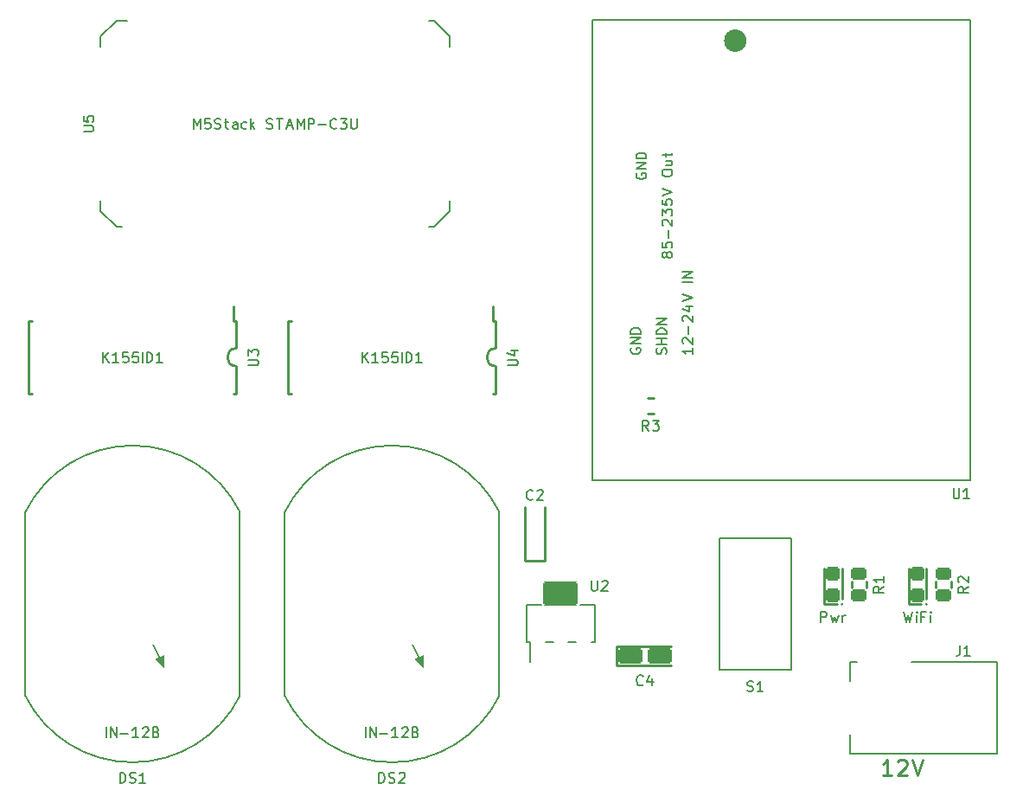
<source format=gbr>
G04 --- HEADER BEGIN --- *
G04 #@! TF.GenerationSoftware,LibrePCB,LibrePCB,1.1.0*
G04 #@! TF.CreationDate,2024-11-03T19:05:04*
G04 #@! TF.ProjectId,Nixie Counter,cfaec193-39cb-4766-881d-db9368be8cff,v2.0*
G04 #@! TF.Part,Single*
G04 #@! TF.SameCoordinates*
G04 #@! TF.FileFunction,Legend,Top*
G04 #@! TF.FilePolarity,Positive*
%FSLAX66Y66*%
%MOMM*%
G01*
G75*
G04 --- HEADER END --- *
G04 --- APERTURE LIST BEGIN --- *
%ADD10C,0.2*%
%ADD11C,0.01*%
%ADD12C,0.25*%
%ADD13C,3.2*%
%ADD14C,5.2*%
%AMROUNDEDRECT15*20,1,1.15,-0.65,0.0,0.65,0.0,0.0*20,1,0.95,-0.75,0.0,0.75,0.0,0.0*1,1,0.2,-0.65,0.475*1,1,0.2,0.65,0.475*1,1,0.2,0.65,-0.475*1,1,0.2,-0.65,-0.475*%
%ADD15ROUNDEDRECT15*%
%AMROUNDEDRECT16*20,1,1.15,-0.65,0.0,0.65,0.0,90.0*20,1,0.95,-0.75,0.0,0.75,0.0,90.0*1,1,0.2,-0.475,-0.65*1,1,0.2,-0.475,0.65*1,1,0.2,0.475,0.65*1,1,0.2,0.475,-0.65*%
%ADD16ROUNDEDRECT16*%
%AMROUNDEDRECT17*20,1,2.35,-1.625,0.0,1.625,0.0,0.0*20,1,2.15,-1.725,0.0,1.725,0.0,0.0*1,1,0.2,-1.625,1.075*1,1,0.2,1.625,1.075*1,1,0.2,1.625,-1.075*1,1,0.2,-1.625,-1.075*%
%ADD17ROUNDEDRECT17*%
%AMROUNDEDRECT18*20,1,1.15,-0.8375,0.0,0.8375,0.0,90.0*20,1,0.475,-1.175,0.0,1.175,0.0,90.0*1,1,0.675,-0.2375,-0.8375*1,1,0.675,-0.2375,0.8375*1,1,0.675,0.2375,0.8375*1,1,0.675,0.2375,-0.8375*%
%ADD18ROUNDEDRECT18*%
%ADD19O,1.47X2.74*%
%AMROUNDEDRECT20*20,1,1.47,-1.27,0.0,1.27,0.0,90.0*20,1,1.27,-1.37,0.0,1.37,0.0,90.0*1,1,0.2,-0.635,-1.27*1,1,0.2,-0.635,1.27*1,1,0.2,0.635,1.27*1,1,0.2,0.635,-1.27*%
%ADD20ROUNDEDRECT20*%
%AMROUNDEDRECT21*20,1,1.4,-0.6,0.0,0.6,0.0,0.0*20,1,1.2,-0.7,0.0,0.7,0.0,0.0*1,1,0.2,-0.6,0.6*1,1,0.2,0.6,0.6*1,1,0.2,0.6,-0.6*1,1,0.2,-0.6,-0.6*%
%ADD21ROUNDEDRECT21*%
%ADD22O,4.2X3.2*%
%ADD23O,1.5X2.7*%
%ADD24O,1.7X2.74*%
%AMROUNDEDRECT25*20,1,1.55,-1.1,0.0,1.1,0.0,0.0*20,1,1.35,-1.2,0.0,1.2,0.0,0.0*1,1,0.2,-1.1,0.675*1,1,0.2,1.1,0.675*1,1,0.2,1.1,-0.675*1,1,0.2,-1.1,-0.675*%
%ADD25ROUNDEDRECT25*%
%AMROUNDEDRECT26*20,1,1.55,-1.1,0.0,1.1,0.0,90.0*20,1,1.35,-1.2,0.0,1.2,0.0,90.0*1,1,0.2,-0.675,-1.1*1,1,0.2,-0.675,1.1*1,1,0.2,0.675,1.1*1,1,0.2,0.675,-1.1*%
%ADD26ROUNDEDRECT26*%
%ADD27C,5.0*%
%ADD28C,0.3*%
%ADD29C,2.7*%
G04 --- APERTURE LIST END --- *
G04 --- BOARD BEGIN --- *
D10*
G04 #@! TO.C,DS1*
X17240000Y16320000D02*
X18240000Y14320000D01*
X4740000Y29320000D02*
X4740000Y11320000D01*
G03*
X25740000Y11320000I10500000J5235107D01*
G01*
X25740000Y29320000D01*
G03*
X4740000Y29320000I-10500000J-5235107D01*
G01*
D11*
G36*
X17383000Y14859000D02*
X18367000Y14009000D01*
X18368000Y15306000D01*
X17383000Y14859000D01*
G37*
D10*
X12692778Y7255000D02*
X12692778Y8255000D01*
X13092778Y7255000D02*
X13092778Y8255000D01*
X13663889Y7255000D01*
X13663889Y8255000D01*
X14063889Y7636111D02*
X14826111Y7636111D01*
X15797222Y7255000D02*
X15226111Y7255000D01*
X15511667Y7255000D02*
X15511667Y8255000D01*
X15416111Y8111667D01*
X15321667Y8017222D01*
X15226111Y7969444D01*
X16245000Y8159444D02*
X16292778Y8207222D01*
X16387222Y8255000D01*
X16626111Y8255000D01*
X16720555Y8207222D01*
X16768333Y8159444D01*
X16816111Y8065000D01*
X16816111Y7969444D01*
X16768333Y7826111D01*
X16197222Y7255000D01*
X16816111Y7255000D01*
X17549444Y7778333D02*
X17692778Y7731667D01*
X17739444Y7683889D01*
X17787222Y7588333D01*
X17787222Y7445000D01*
X17739444Y7350556D01*
X17692778Y7302778D01*
X17597222Y7255000D01*
X17216111Y7255000D01*
X17216111Y8255000D01*
X17549444Y8255000D01*
X17645000Y8207222D01*
X17692778Y8159444D01*
X17739444Y8065000D01*
X17739444Y7969444D01*
X17692778Y7873889D01*
X17645000Y7826111D01*
X17549444Y7778333D01*
X17216111Y7778333D01*
D12*
G04 #@! TO.C,R2*
X93865000Y22550000D02*
X93865000Y21900000D01*
X95365000Y22550000D02*
X95365000Y21900000D01*
G04 #@! TO.C,R3*
X66286456Y40438000D02*
X65636456Y40438000D01*
X66286456Y38938000D02*
X65636456Y38938000D01*
D10*
G04 #@! TO.C,U2*
X58650720Y16565360D02*
X57850720Y16565360D01*
X60175720Y16565360D02*
X60500720Y16565360D01*
X60500720Y20265360D01*
X59025720Y20265360D01*
X54125720Y14615360D02*
X54125720Y16565360D01*
X53800720Y16565360D01*
X53800720Y20265360D01*
X55275720Y20265360D01*
X55650720Y16565360D02*
X56450720Y16565360D01*
D12*
G04 #@! TO.C,U4*
X30790000Y47984984D02*
X30480000Y47984984D01*
X30480000Y40914984D01*
X30790000Y40914984D01*
X50490000Y49404984D02*
X50490000Y47984984D01*
X50800000Y47984984D01*
X50800000Y45333984D01*
G03*
X50800000Y43565984I0J-884000D01*
G01*
X50800000Y40914984D01*
X50490000Y40914984D01*
D10*
X37726667Y43950000D02*
X37726667Y44950000D01*
X38297778Y43950000D02*
X37870000Y44521111D01*
X38297778Y44950000D02*
X37726667Y44378889D01*
X39268889Y43950000D02*
X38697778Y43950000D01*
X38983334Y43950000D02*
X38983334Y44950000D01*
X38887778Y44806667D01*
X38793334Y44712222D01*
X38697778Y44664444D01*
X40192222Y44950000D02*
X39716667Y44950000D01*
X39668889Y44473333D01*
X39716667Y44521111D01*
X39812222Y44568889D01*
X40050000Y44568889D01*
X40145556Y44521111D01*
X40192222Y44473333D01*
X40240000Y44378889D01*
X40240000Y44140000D01*
X40192222Y44045556D01*
X40145556Y43997778D01*
X40050000Y43950000D01*
X39812222Y43950000D01*
X39716667Y43997778D01*
X39668889Y44045556D01*
X41163333Y44950000D02*
X40687778Y44950000D01*
X40640000Y44473333D01*
X40687778Y44521111D01*
X40783333Y44568889D01*
X41021111Y44568889D01*
X41116667Y44521111D01*
X41163333Y44473333D01*
X41211111Y44378889D01*
X41211111Y44140000D01*
X41163333Y44045556D01*
X41116667Y43997778D01*
X41021111Y43950000D01*
X40783333Y43950000D01*
X40687778Y43997778D01*
X40640000Y44045556D01*
X41611111Y43950000D02*
X41611111Y44950000D01*
X42011111Y43950000D02*
X42011111Y44950000D01*
X42248889Y44950000D01*
X42392222Y44902222D01*
X42487778Y44806667D01*
X42534444Y44712222D01*
X42582222Y44521111D01*
X42582222Y44378889D01*
X42534444Y44187778D01*
X42487778Y44093333D01*
X42392222Y43997778D01*
X42248889Y43950000D01*
X42011111Y43950000D01*
X43553333Y43950000D02*
X42982222Y43950000D01*
X43267778Y43950000D02*
X43267778Y44950000D01*
X43172222Y44806667D01*
X43077778Y44712222D01*
X42982222Y44664444D01*
D12*
G04 #@! TO.C,LED2*
X91200000Y23750000D02*
X91200000Y20300000D01*
X92450000Y20300000D01*
X92950000Y20800000D02*
X92950000Y23750000D01*
D11*
G36*
X93100000Y20300000D02*
G02*
X92800000Y20300000I-150000J0D01*
G01*
G02*
X93100000Y20300000I150000J0D01*
G01*
G37*
D10*
X90712777Y19530000D02*
X90950555Y18530000D01*
X91141666Y19244444D01*
X91331666Y18530000D01*
X91569444Y19530000D01*
X92017222Y18530000D02*
X92017222Y19196667D01*
X92017222Y19530000D02*
X91969444Y19482222D01*
X92017222Y19434444D01*
X92065000Y19482222D01*
X92017222Y19530000D01*
X92017222Y19434444D01*
X92798333Y19053333D02*
X92465000Y19053333D01*
X92465000Y18530000D02*
X92465000Y19530000D01*
X92941667Y19530000D01*
X93389445Y18530000D02*
X93389445Y19196667D01*
X93389445Y19530000D02*
X93341667Y19482222D01*
X93389445Y19434444D01*
X93437223Y19482222D01*
X93389445Y19530000D01*
X93389445Y19434444D01*
D12*
G04 #@! TO.C,R1*
X85610000Y22550000D02*
X85610000Y21900000D01*
X87110000Y22550000D02*
X87110000Y21900000D01*
D10*
G04 #@! TO.C,DS2*
X42640000Y16320000D02*
X43640000Y14320000D01*
X30140000Y29320000D02*
X30140000Y11320000D01*
G03*
X51140000Y11320000I10500000J5235107D01*
G01*
X51140000Y29320000D01*
G03*
X30140000Y29320000I-10500000J-5235107D01*
G01*
D11*
G36*
X42783000Y14859000D02*
X43767000Y14009000D01*
X43768000Y15306000D01*
X42783000Y14859000D01*
G37*
D10*
X38092778Y7255000D02*
X38092778Y8255000D01*
X38492778Y7255000D02*
X38492778Y8255000D01*
X39063889Y7255000D01*
X39063889Y8255000D01*
X39463889Y7636111D02*
X40226111Y7636111D01*
X41197222Y7255000D02*
X40626111Y7255000D01*
X40911667Y7255000D02*
X40911667Y8255000D01*
X40816111Y8111667D01*
X40721667Y8017222D01*
X40626111Y7969444D01*
X41645000Y8159444D02*
X41692778Y8207222D01*
X41787222Y8255000D01*
X42026111Y8255000D01*
X42120555Y8207222D01*
X42168333Y8159444D01*
X42216111Y8065000D01*
X42216111Y7969444D01*
X42168333Y7826111D01*
X41597222Y7255000D01*
X42216111Y7255000D01*
X42949444Y7778333D02*
X43092778Y7731667D01*
X43139444Y7683889D01*
X43187222Y7588333D01*
X43187222Y7445000D01*
X43139444Y7350556D01*
X43092778Y7302778D01*
X42997222Y7255000D01*
X42616111Y7255000D01*
X42616111Y8255000D01*
X42949444Y8255000D01*
X43045000Y8207222D01*
X43092778Y8159444D01*
X43139444Y8065000D01*
X43139444Y7969444D01*
X43092778Y7873889D01*
X43045000Y7826111D01*
X42949444Y7778333D01*
X42616111Y7778333D01*
D12*
G04 #@! TO.C,U3*
X5390000Y47984984D02*
X5080000Y47984984D01*
X5080000Y40914984D01*
X5390000Y40914984D01*
X25090000Y49404984D02*
X25090000Y47984984D01*
X25400000Y47984984D01*
X25400000Y45333984D01*
G03*
X25400000Y43565984I0J-884000D01*
G01*
X25400000Y40914984D01*
X25090000Y40914984D01*
D10*
X12326667Y43950000D02*
X12326667Y44950000D01*
X12897778Y43950000D02*
X12470000Y44521111D01*
X12897778Y44950000D02*
X12326667Y44378889D01*
X13868889Y43950000D02*
X13297778Y43950000D01*
X13583334Y43950000D02*
X13583334Y44950000D01*
X13487778Y44806667D01*
X13393334Y44712222D01*
X13297778Y44664444D01*
X14792222Y44950000D02*
X14316667Y44950000D01*
X14268889Y44473333D01*
X14316667Y44521111D01*
X14412222Y44568889D01*
X14650000Y44568889D01*
X14745556Y44521111D01*
X14792222Y44473333D01*
X14840000Y44378889D01*
X14840000Y44140000D01*
X14792222Y44045556D01*
X14745556Y43997778D01*
X14650000Y43950000D01*
X14412222Y43950000D01*
X14316667Y43997778D01*
X14268889Y44045556D01*
X15763333Y44950000D02*
X15287778Y44950000D01*
X15240000Y44473333D01*
X15287778Y44521111D01*
X15383333Y44568889D01*
X15621111Y44568889D01*
X15716667Y44521111D01*
X15763333Y44473333D01*
X15811111Y44378889D01*
X15811111Y44140000D01*
X15763333Y44045556D01*
X15716667Y43997778D01*
X15621111Y43950000D01*
X15383333Y43950000D01*
X15287778Y43997778D01*
X15240000Y44045556D01*
X16211111Y43950000D02*
X16211111Y44950000D01*
X16611111Y43950000D02*
X16611111Y44950000D01*
X16848889Y44950000D01*
X16992222Y44902222D01*
X17087778Y44806667D01*
X17134444Y44712222D01*
X17182222Y44521111D01*
X17182222Y44378889D01*
X17134444Y44187778D01*
X17087778Y44093333D01*
X16992222Y43997778D01*
X16848889Y43950000D01*
X16611111Y43950000D01*
X18153333Y43950000D02*
X17582222Y43950000D01*
X17867778Y43950000D02*
X17867778Y44950000D01*
X17772222Y44806667D01*
X17677778Y44712222D01*
X17582222Y44664444D01*
G04 #@! TO.C,S1*
X72669936Y26770000D02*
X79729936Y26770000D01*
X79729936Y13870000D01*
X72669936Y13870000D01*
X72669936Y26770000D01*
G04 #@! TO.C,U5*
X14660000Y77410000D02*
X13660000Y77410000D01*
X12110000Y75860000D01*
X12110000Y74860000D01*
X14210000Y57210000D02*
X13660000Y57210000D01*
X12110000Y58760000D01*
X12110000Y59760000D01*
X44210000Y57210000D02*
X44760000Y57210000D01*
X46310000Y58760000D01*
X46310000Y59760000D01*
X44210000Y77410000D02*
X44760000Y77410000D01*
X46310000Y75860000D01*
X46310000Y74860000D01*
X21238889Y66810000D02*
X21238889Y67810000D01*
X21572222Y67095556D01*
X21905556Y67810000D01*
X21905556Y66810000D01*
X22828889Y67810000D02*
X22353334Y67810000D01*
X22305556Y67333333D01*
X22353334Y67381111D01*
X22448889Y67428889D01*
X22686667Y67428889D01*
X22782223Y67381111D01*
X22828889Y67333333D01*
X22876667Y67238889D01*
X22876667Y67000000D01*
X22828889Y66905556D01*
X22782223Y66857778D01*
X22686667Y66810000D01*
X22448889Y66810000D01*
X22353334Y66857778D01*
X22305556Y66905556D01*
X23276667Y66857778D02*
X23420000Y66810000D01*
X23657778Y66810000D01*
X23753334Y66857778D01*
X23800000Y66905556D01*
X23847778Y67000000D01*
X23847778Y67095556D01*
X23800000Y67191111D01*
X23753334Y67238889D01*
X23657778Y67286667D01*
X23466667Y67333333D01*
X23372223Y67381111D01*
X23324445Y67428889D01*
X23276667Y67524444D01*
X23276667Y67620000D01*
X23324445Y67714444D01*
X23372223Y67762222D01*
X23466667Y67810000D01*
X23705556Y67810000D01*
X23847778Y67762222D01*
X24247778Y67476667D02*
X24628889Y67476667D01*
X24391111Y67810000D02*
X24391111Y66953333D01*
X24437778Y66857778D01*
X24533334Y66810000D01*
X24628889Y66810000D01*
X25505556Y66810000D02*
X25505556Y67333333D01*
X25457778Y67428889D01*
X25362222Y67476667D01*
X25172222Y67476667D01*
X25076667Y67428889D01*
X25505556Y66857778D02*
X25410000Y66810000D01*
X25172222Y66810000D01*
X25076667Y66857778D01*
X25028889Y66953333D01*
X25028889Y67047778D01*
X25076667Y67143333D01*
X25172222Y67191111D01*
X25410000Y67191111D01*
X25505556Y67238889D01*
X26382223Y66857778D02*
X26286667Y66810000D01*
X26095556Y66810000D01*
X26001112Y66857778D01*
X25953334Y66905556D01*
X25905556Y67000000D01*
X25905556Y67286667D01*
X25953334Y67381111D01*
X26001112Y67428889D01*
X26095556Y67476667D01*
X26286667Y67476667D01*
X26382223Y67428889D01*
X26782223Y66810000D02*
X26782223Y67810000D01*
X26877779Y67191111D02*
X27163334Y66810000D01*
X27163334Y67476667D02*
X26782223Y67095556D01*
X28363333Y66857778D02*
X28506666Y66810000D01*
X28744444Y66810000D01*
X28840000Y66857778D01*
X28886666Y66905556D01*
X28934444Y67000000D01*
X28934444Y67095556D01*
X28886666Y67191111D01*
X28840000Y67238889D01*
X28744444Y67286667D01*
X28553333Y67333333D01*
X28458889Y67381111D01*
X28411111Y67428889D01*
X28363333Y67524444D01*
X28363333Y67620000D01*
X28411111Y67714444D01*
X28458889Y67762222D01*
X28553333Y67810000D01*
X28792222Y67810000D01*
X28934444Y67762222D01*
X29334444Y67810000D02*
X29905555Y67810000D01*
X29620000Y66810000D02*
X29620000Y67810000D01*
X30401111Y67095556D02*
X30876666Y67095556D01*
X30305555Y66810000D02*
X30638888Y67810000D01*
X30972222Y66810000D01*
X31372222Y66810000D02*
X31372222Y67810000D01*
X31705555Y67095556D01*
X32038889Y67810000D01*
X32038889Y66810000D01*
X32438889Y66810000D02*
X32438889Y67810000D01*
X32820000Y67810000D01*
X32915556Y67762222D01*
X32962222Y67714444D01*
X33010000Y67620000D01*
X33010000Y67476667D01*
X32962222Y67381111D01*
X32915556Y67333333D01*
X32820000Y67286667D01*
X32438889Y67286667D01*
X33410000Y67191111D02*
X34172222Y67191111D01*
X35191111Y66905556D02*
X35143333Y66857778D01*
X35001111Y66810000D01*
X34905555Y66810000D01*
X34762222Y66857778D01*
X34667778Y66953333D01*
X34620000Y67047778D01*
X34572222Y67238889D01*
X34572222Y67381111D01*
X34620000Y67572222D01*
X34667778Y67666667D01*
X34762222Y67762222D01*
X34905555Y67810000D01*
X35001111Y67810000D01*
X35143333Y67762222D01*
X35191111Y67714444D01*
X35591111Y67810000D02*
X36210000Y67810000D01*
X35876667Y67428889D01*
X36020000Y67428889D01*
X36114444Y67381111D01*
X36162222Y67333333D01*
X36210000Y67238889D01*
X36210000Y67000000D01*
X36162222Y66905556D01*
X36114444Y66857778D01*
X36020000Y66810000D01*
X35734444Y66810000D01*
X35638889Y66857778D01*
X35591111Y66905556D01*
X36610000Y67810000D02*
X36610000Y67000000D01*
X36657778Y66905556D01*
X36705556Y66857778D01*
X36800000Y66810000D01*
X36991111Y66810000D01*
X37086667Y66857778D01*
X37133333Y66905556D01*
X37181111Y67000000D01*
X37181111Y67810000D01*
G04 #@! TO.C,U1*
X60240992Y32428192D02*
X60240992Y77428192D01*
X97240992Y77428192D01*
X97240992Y32428192D01*
X60240992Y32428192D01*
D11*
G36*
X75340992Y75428192D02*
G02*
X73140992Y75428192I-1100000J0D01*
G01*
G02*
X75340992Y75428192I1100000J0D01*
G01*
G37*
D10*
X64588770Y62463192D02*
X64540992Y62368748D01*
X64540992Y62225414D01*
X64588770Y62082081D01*
X64684325Y61987637D01*
X64778770Y61939859D01*
X64969881Y61892081D01*
X65112103Y61892081D01*
X65303214Y61939859D01*
X65397659Y61987637D01*
X65493214Y62082081D01*
X65540992Y62225414D01*
X65540992Y62320970D01*
X65493214Y62463192D01*
X65445436Y62510970D01*
X65112103Y62510970D01*
X65112103Y62320970D01*
X65540992Y62910970D02*
X64540992Y62910970D01*
X65540992Y63482081D01*
X64540992Y63482081D01*
X65540992Y63882081D02*
X64540992Y63882081D01*
X64540992Y64119859D01*
X64588770Y64263192D01*
X64684325Y64358748D01*
X64778770Y64405414D01*
X64969881Y64453192D01*
X65112103Y64453192D01*
X65303214Y64405414D01*
X65397659Y64358748D01*
X65493214Y64263192D01*
X65540992Y64119859D01*
X65540992Y63882081D01*
X67509881Y54386526D02*
X67462103Y54292082D01*
X67414325Y54244304D01*
X67318770Y54196526D01*
X67270992Y54196526D01*
X67176548Y54244304D01*
X67128770Y54292082D01*
X67080992Y54386526D01*
X67080992Y54577637D01*
X67128770Y54673193D01*
X67176548Y54719859D01*
X67270992Y54767637D01*
X67318770Y54767637D01*
X67414325Y54719859D01*
X67462103Y54673193D01*
X67509881Y54577637D01*
X67509881Y54386526D01*
X67557659Y54292082D01*
X67604325Y54244304D01*
X67699881Y54196526D01*
X67890992Y54196526D01*
X67985436Y54244304D01*
X68033214Y54292082D01*
X68080992Y54386526D01*
X68080992Y54577637D01*
X68033214Y54673193D01*
X67985436Y54719859D01*
X67890992Y54767637D01*
X67699881Y54767637D01*
X67604325Y54719859D01*
X67557659Y54673193D01*
X67509881Y54577637D01*
X67080992Y55690970D02*
X67080992Y55215415D01*
X67557659Y55167637D01*
X67509881Y55215415D01*
X67462103Y55310970D01*
X67462103Y55548748D01*
X67509881Y55644304D01*
X67557659Y55690970D01*
X67652103Y55738748D01*
X67890992Y55738748D01*
X67985436Y55690970D01*
X68033214Y55644304D01*
X68080992Y55548748D01*
X68080992Y55310970D01*
X68033214Y55215415D01*
X67985436Y55167637D01*
X67699881Y56138748D02*
X67699881Y56900970D01*
X67176548Y57348748D02*
X67128770Y57396526D01*
X67080992Y57490970D01*
X67080992Y57729859D01*
X67128770Y57824303D01*
X67176548Y57872081D01*
X67270992Y57919859D01*
X67366548Y57919859D01*
X67509881Y57872081D01*
X68080992Y57300970D01*
X68080992Y57919859D01*
X67080992Y58319859D02*
X67080992Y58938748D01*
X67462103Y58605415D01*
X67462103Y58748748D01*
X67509881Y58843192D01*
X67557659Y58890970D01*
X67652103Y58938748D01*
X67890992Y58938748D01*
X67985436Y58890970D01*
X68033214Y58843192D01*
X68080992Y58748748D01*
X68080992Y58463192D01*
X68033214Y58367637D01*
X67985436Y58319859D01*
X67080992Y59862081D02*
X67080992Y59386526D01*
X67557659Y59338748D01*
X67509881Y59386526D01*
X67462103Y59482081D01*
X67462103Y59719859D01*
X67509881Y59815415D01*
X67557659Y59862081D01*
X67652103Y59909859D01*
X67890992Y59909859D01*
X67985436Y59862081D01*
X68033214Y59815415D01*
X68080992Y59719859D01*
X68080992Y59482081D01*
X68033214Y59386526D01*
X67985436Y59338748D01*
X67080992Y60309859D02*
X68080992Y60643192D01*
X67080992Y60976526D01*
X67080992Y62414303D02*
X67080992Y62605414D01*
X67128770Y62699858D01*
X67224325Y62795414D01*
X67414325Y62843192D01*
X67747659Y62843192D01*
X67937659Y62795414D01*
X68033214Y62699858D01*
X68080992Y62605414D01*
X68080992Y62414303D01*
X68033214Y62319858D01*
X67937659Y62224303D01*
X67747659Y62176525D01*
X67414325Y62176525D01*
X67224325Y62224303D01*
X67128770Y62319858D01*
X67080992Y62414303D01*
X67414325Y63672081D02*
X68080992Y63672081D01*
X67414325Y63243192D02*
X67937659Y63243192D01*
X68033214Y63290970D01*
X68080992Y63386525D01*
X68080992Y63528748D01*
X68033214Y63624303D01*
X67985436Y63672081D01*
X67414325Y64072081D02*
X67414325Y64453192D01*
X67080992Y64215414D02*
X67937659Y64215414D01*
X68033214Y64262081D01*
X68080992Y64357637D01*
X68080992Y64453192D01*
X70070992Y45339303D02*
X70070992Y44768192D01*
X70070992Y45053748D02*
X69070992Y45053748D01*
X69214325Y44958192D01*
X69308770Y44863748D01*
X69356548Y44768192D01*
X69166548Y45787081D02*
X69118770Y45834859D01*
X69070992Y45929303D01*
X69070992Y46168192D01*
X69118770Y46262636D01*
X69166548Y46310414D01*
X69260992Y46358192D01*
X69356548Y46358192D01*
X69499881Y46310414D01*
X70070992Y45739303D01*
X70070992Y46358192D01*
X69689881Y46758192D02*
X69689881Y47520414D01*
X69166548Y47968192D02*
X69118770Y48015970D01*
X69070992Y48110414D01*
X69070992Y48349303D01*
X69118770Y48443747D01*
X69166548Y48491525D01*
X69260992Y48539303D01*
X69356548Y48539303D01*
X69499881Y48491525D01*
X70070992Y47920414D01*
X70070992Y48539303D01*
X69404325Y49415970D02*
X70070992Y49415970D01*
X69023214Y49177081D02*
X69737659Y48939303D01*
X69737659Y49558192D01*
X69070992Y49958192D02*
X70070992Y50291525D01*
X69070992Y50624859D01*
X70070992Y51824858D02*
X69070992Y51824858D01*
X70070992Y52224858D02*
X69070992Y52224858D01*
X70070992Y52795969D01*
X69070992Y52795969D01*
X67483214Y44768192D02*
X67530992Y44911525D01*
X67530992Y45149303D01*
X67483214Y45244859D01*
X67435436Y45291525D01*
X67340992Y45339303D01*
X67245436Y45339303D01*
X67149881Y45291525D01*
X67102103Y45244859D01*
X67054325Y45149303D01*
X67007659Y44958192D01*
X66959881Y44863748D01*
X66912103Y44815970D01*
X66816548Y44768192D01*
X66720992Y44768192D01*
X66626548Y44815970D01*
X66578770Y44863748D01*
X66530992Y44958192D01*
X66530992Y45197081D01*
X66578770Y45339303D01*
X67530992Y45739303D02*
X66530992Y45739303D01*
X67007659Y45739303D02*
X67007659Y46310414D01*
X67530992Y46310414D02*
X66530992Y46310414D01*
X67530992Y46710414D02*
X66530992Y46710414D01*
X66530992Y46948192D01*
X66578770Y47091525D01*
X66674325Y47187081D01*
X66768770Y47233747D01*
X66959881Y47281525D01*
X67102103Y47281525D01*
X67293214Y47233747D01*
X67387659Y47187081D01*
X67483214Y47091525D01*
X67530992Y46948192D01*
X67530992Y46710414D01*
X67530992Y47681525D02*
X66530992Y47681525D01*
X67530992Y48252636D01*
X66530992Y48252636D01*
X64038770Y45339303D02*
X63990992Y45244859D01*
X63990992Y45101525D01*
X64038770Y44958192D01*
X64134325Y44863748D01*
X64228770Y44815970D01*
X64419881Y44768192D01*
X64562103Y44768192D01*
X64753214Y44815970D01*
X64847659Y44863748D01*
X64943214Y44958192D01*
X64990992Y45101525D01*
X64990992Y45197081D01*
X64943214Y45339303D01*
X64895436Y45387081D01*
X64562103Y45387081D01*
X64562103Y45197081D01*
X64990992Y45787081D02*
X63990992Y45787081D01*
X64990992Y46358192D01*
X63990992Y46358192D01*
X64990992Y46758192D02*
X63990992Y46758192D01*
X63990992Y46995970D01*
X64038770Y47139303D01*
X64134325Y47234859D01*
X64228770Y47281525D01*
X64419881Y47329303D01*
X64562103Y47329303D01*
X64753214Y47281525D01*
X64847659Y47234859D01*
X64943214Y47139303D01*
X64990992Y46995970D01*
X64990992Y46758192D01*
D12*
G04 #@! TO.C,LED1*
X82945000Y23750000D02*
X82945000Y20300000D01*
X84195000Y20300000D01*
X84695000Y20800000D02*
X84695000Y23750000D01*
D11*
G36*
X84845000Y20300000D02*
G02*
X84545000Y20300000I-150000J0D01*
G01*
G02*
X84845000Y20300000I150000J0D01*
G01*
G37*
D10*
X82610556Y18530000D02*
X82610556Y19530000D01*
X82991667Y19530000D01*
X83087223Y19482222D01*
X83133889Y19434444D01*
X83181667Y19340000D01*
X83181667Y19196667D01*
X83133889Y19101111D01*
X83087223Y19053333D01*
X82991667Y19006667D01*
X82610556Y19006667D01*
X83581667Y19196667D02*
X83771667Y18530000D01*
X83962778Y19006667D01*
X84152778Y18530000D01*
X84343889Y19196667D01*
X84743889Y18530000D02*
X84743889Y19196667D01*
X84743889Y19006667D02*
X84791667Y19101111D01*
X84839445Y19148889D01*
X84933889Y19196667D01*
X85029445Y19196667D01*
D12*
G04 #@! TO.C,C4*
X67915000Y16190000D02*
X62620000Y16190000D01*
X62620000Y14290000D01*
X67915000Y14290000D01*
G04 #@! TO.C,C2*
X53660688Y29815448D02*
X53660688Y24520448D01*
X55560688Y24520448D01*
X55560688Y29815448D01*
D10*
G04 #@! TO.C,J1*
X85511168Y7510064D02*
X85511168Y5660064D01*
X99911168Y5660064D01*
X99911168Y14660064D01*
X91461168Y14660064D01*
X86161168Y14660064D02*
X85511168Y14660064D01*
X85511168Y12810064D01*
D12*
X89559085Y3580064D02*
X88702418Y3580064D01*
X89130751Y3580064D02*
X89130751Y5080064D01*
X88987418Y4865064D01*
X88845751Y4723397D01*
X88702418Y4651731D01*
X90180752Y4936731D02*
X90252418Y5008397D01*
X90394085Y5080064D01*
X90752418Y5080064D01*
X90894085Y5008397D01*
X90965752Y4936731D01*
X91037418Y4795064D01*
X91037418Y4651731D01*
X90965752Y4436731D01*
X90109085Y3580064D01*
X91037418Y3580064D01*
X91587418Y5080064D02*
X92087418Y3580064D01*
X92587418Y5080064D01*
D10*
G04 #@! TO.C,DS1*
X13983334Y2810000D02*
X13983334Y3810000D01*
X14221112Y3810000D01*
X14364445Y3762222D01*
X14460001Y3666667D01*
X14506667Y3572222D01*
X14554445Y3381111D01*
X14554445Y3238889D01*
X14506667Y3047778D01*
X14460001Y2953333D01*
X14364445Y2857778D01*
X14221112Y2810000D01*
X13983334Y2810000D01*
X14954445Y2857778D02*
X15097778Y2810000D01*
X15335556Y2810000D01*
X15431112Y2857778D01*
X15477778Y2905556D01*
X15525556Y3000000D01*
X15525556Y3095556D01*
X15477778Y3191111D01*
X15431112Y3238889D01*
X15335556Y3286667D01*
X15144445Y3333333D01*
X15050001Y3381111D01*
X15002223Y3428889D01*
X14954445Y3524444D01*
X14954445Y3620000D01*
X15002223Y3714444D01*
X15050001Y3762222D01*
X15144445Y3810000D01*
X15383334Y3810000D01*
X15525556Y3762222D01*
X16496667Y2810000D02*
X15925556Y2810000D01*
X16211112Y2810000D02*
X16211112Y3810000D01*
X16115556Y3666667D01*
X16021112Y3572222D01*
X15925556Y3524444D01*
G04 #@! TO.C,R2*
X97040000Y22001111D02*
X96563333Y21667778D01*
X97040000Y21430000D02*
X96040000Y21430000D01*
X96040000Y21811111D01*
X96087778Y21906667D01*
X96135556Y21953333D01*
X96230000Y22001111D01*
X96373333Y22001111D01*
X96468889Y21953333D01*
X96516667Y21906667D01*
X96563333Y21811111D01*
X96563333Y21430000D01*
X96135556Y22448889D02*
X96087778Y22496667D01*
X96040000Y22591111D01*
X96040000Y22830000D01*
X96087778Y22924444D01*
X96135556Y22972222D01*
X96230000Y23020000D01*
X96325556Y23020000D01*
X96468889Y22972222D01*
X97040000Y22401111D01*
X97040000Y23020000D01*
G04 #@! TO.C,R3*
X65737567Y37263000D02*
X65404234Y37739667D01*
X65166456Y37263000D02*
X65166456Y38263000D01*
X65547567Y38263000D01*
X65643123Y38215222D01*
X65689789Y38167444D01*
X65737567Y38073000D01*
X65737567Y37929667D01*
X65689789Y37834111D01*
X65643123Y37786333D01*
X65547567Y37739667D01*
X65166456Y37739667D01*
X66137567Y38263000D02*
X66756456Y38263000D01*
X66423123Y37881889D01*
X66566456Y37881889D01*
X66660900Y37834111D01*
X66708678Y37786333D01*
X66756456Y37691889D01*
X66756456Y37453000D01*
X66708678Y37358556D01*
X66660900Y37310778D01*
X66566456Y37263000D01*
X66280900Y37263000D01*
X66185345Y37310778D01*
X66137567Y37358556D01*
G04 #@! TO.C,U2*
X60165000Y22590000D02*
X60165000Y21780000D01*
X60212778Y21685556D01*
X60260556Y21637778D01*
X60355000Y21590000D01*
X60546111Y21590000D01*
X60641667Y21637778D01*
X60688333Y21685556D01*
X60736111Y21780000D01*
X60736111Y22590000D01*
X61183889Y22494444D02*
X61231667Y22542222D01*
X61326111Y22590000D01*
X61565000Y22590000D01*
X61659444Y22542222D01*
X61707222Y22494444D01*
X61755000Y22400000D01*
X61755000Y22304444D01*
X61707222Y22161111D01*
X61136111Y21590000D01*
X61755000Y21590000D01*
G04 #@! TO.C,U4*
X51943492Y43654984D02*
X52753492Y43654984D01*
X52847936Y43702762D01*
X52895714Y43750540D01*
X52943492Y43844984D01*
X52943492Y44036095D01*
X52895714Y44131651D01*
X52847936Y44178317D01*
X52753492Y44226095D01*
X51943492Y44226095D01*
X52276825Y45102762D02*
X52943492Y45102762D01*
X51895714Y44863873D02*
X52610159Y44626095D01*
X52610159Y45244984D01*
G04 #@! TO.C,R1*
X88785000Y22025000D02*
X88308333Y21691667D01*
X88785000Y21453889D02*
X87785000Y21453889D01*
X87785000Y21835000D01*
X87832778Y21930556D01*
X87880556Y21977222D01*
X87975000Y22025000D01*
X88118333Y22025000D01*
X88213889Y21977222D01*
X88261667Y21930556D01*
X88308333Y21835000D01*
X88308333Y21453889D01*
X88785000Y22996111D02*
X88785000Y22425000D01*
X88785000Y22710556D02*
X87785000Y22710556D01*
X87928333Y22615000D01*
X88022778Y22520556D01*
X88070556Y22425000D01*
G04 #@! TO.C,DS2*
X39359445Y2810000D02*
X39359445Y3810000D01*
X39597223Y3810000D01*
X39740556Y3762222D01*
X39836112Y3666667D01*
X39882778Y3572222D01*
X39930556Y3381111D01*
X39930556Y3238889D01*
X39882778Y3047778D01*
X39836112Y2953333D01*
X39740556Y2857778D01*
X39597223Y2810000D01*
X39359445Y2810000D01*
X40330556Y2857778D02*
X40473889Y2810000D01*
X40711667Y2810000D01*
X40807223Y2857778D01*
X40853889Y2905556D01*
X40901667Y3000000D01*
X40901667Y3095556D01*
X40853889Y3191111D01*
X40807223Y3238889D01*
X40711667Y3286667D01*
X40520556Y3333333D01*
X40426112Y3381111D01*
X40378334Y3428889D01*
X40330556Y3524444D01*
X40330556Y3620000D01*
X40378334Y3714444D01*
X40426112Y3762222D01*
X40520556Y3810000D01*
X40759445Y3810000D01*
X40901667Y3762222D01*
X41349445Y3714444D02*
X41397223Y3762222D01*
X41491667Y3810000D01*
X41730556Y3810000D01*
X41825000Y3762222D01*
X41872778Y3714444D01*
X41920556Y3620000D01*
X41920556Y3524444D01*
X41872778Y3381111D01*
X41301667Y2810000D01*
X41920556Y2810000D01*
G04 #@! TO.C,U3*
X26543492Y43654984D02*
X27353492Y43654984D01*
X27447936Y43702762D01*
X27495714Y43750540D01*
X27543492Y43844984D01*
X27543492Y44036095D01*
X27495714Y44131651D01*
X27447936Y44178317D01*
X27353492Y44226095D01*
X26543492Y44226095D01*
X26543492Y44626095D02*
X26543492Y45244984D01*
X26924603Y44911651D01*
X26924603Y45054984D01*
X26972381Y45149428D01*
X27020159Y45197206D01*
X27114603Y45244984D01*
X27353492Y45244984D01*
X27447936Y45197206D01*
X27495714Y45149428D01*
X27543492Y45054984D01*
X27543492Y44769428D01*
X27495714Y44673873D01*
X27447936Y44626095D01*
G04 #@! TO.C,S1*
X75428825Y11812778D02*
X75572158Y11765000D01*
X75809936Y11765000D01*
X75905492Y11812778D01*
X75952158Y11860556D01*
X75999936Y11955000D01*
X75999936Y12050556D01*
X75952158Y12146111D01*
X75905492Y12193889D01*
X75809936Y12241667D01*
X75618825Y12288333D01*
X75524381Y12336111D01*
X75476603Y12383889D01*
X75428825Y12479444D01*
X75428825Y12575000D01*
X75476603Y12669444D01*
X75524381Y12717222D01*
X75618825Y12765000D01*
X75857714Y12765000D01*
X75999936Y12717222D01*
X76971047Y11765000D02*
X76399936Y11765000D01*
X76685492Y11765000D02*
X76685492Y12765000D01*
X76589936Y12621667D01*
X76495492Y12527222D01*
X76399936Y12479444D01*
G04 #@! TO.C,U5*
X10430000Y66538889D02*
X11240000Y66538889D01*
X11334444Y66586667D01*
X11382222Y66634445D01*
X11430000Y66728889D01*
X11430000Y66920000D01*
X11382222Y67015556D01*
X11334444Y67062222D01*
X11240000Y67110000D01*
X10430000Y67110000D01*
X10430000Y68033333D02*
X10430000Y67557778D01*
X10906667Y67510000D01*
X10858889Y67557778D01*
X10811111Y67653333D01*
X10811111Y67891111D01*
X10858889Y67986667D01*
X10906667Y68033333D01*
X11001111Y68081111D01*
X11240000Y68081111D01*
X11334444Y68033333D01*
X11382222Y67986667D01*
X11430000Y67891111D01*
X11430000Y67653333D01*
X11382222Y67557778D01*
X11334444Y67510000D01*
G04 #@! TO.C,U1*
X95614002Y31618144D02*
X95614002Y30808144D01*
X95661780Y30713700D01*
X95709558Y30665922D01*
X95804002Y30618144D01*
X95995113Y30618144D01*
X96090669Y30665922D01*
X96137335Y30713700D01*
X96185113Y30808144D01*
X96185113Y31618144D01*
X97156224Y30618144D02*
X96585113Y30618144D01*
X96870669Y30618144D02*
X96870669Y31618144D01*
X96775113Y31474811D01*
X96680669Y31380366D01*
X96585113Y31332588D01*
G04 #@! TO.C,C4*
X65205000Y12430556D02*
X65157222Y12382778D01*
X65015000Y12335000D01*
X64919444Y12335000D01*
X64776111Y12382778D01*
X64681667Y12478333D01*
X64633889Y12572778D01*
X64586111Y12763889D01*
X64586111Y12906111D01*
X64633889Y13097222D01*
X64681667Y13191667D01*
X64776111Y13287222D01*
X64919444Y13335000D01*
X65015000Y13335000D01*
X65157222Y13287222D01*
X65205000Y13239444D01*
X66081667Y13001667D02*
X66081667Y12335000D01*
X65842778Y13382778D02*
X65605000Y12668333D01*
X66223889Y12668333D01*
G04 #@! TO.C,C2*
X54410688Y30588524D02*
X54362910Y30540746D01*
X54220688Y30492968D01*
X54125132Y30492968D01*
X53981799Y30540746D01*
X53887355Y30636301D01*
X53839577Y30730746D01*
X53791799Y30921857D01*
X53791799Y31064079D01*
X53839577Y31255190D01*
X53887355Y31349635D01*
X53981799Y31445190D01*
X54125132Y31492968D01*
X54220688Y31492968D01*
X54362910Y31445190D01*
X54410688Y31397412D01*
X54858466Y31397412D02*
X54906244Y31445190D01*
X55000688Y31492968D01*
X55239577Y31492968D01*
X55334021Y31445190D01*
X55381799Y31397412D01*
X55429577Y31302968D01*
X55429577Y31207412D01*
X55381799Y31064079D01*
X54810688Y30492968D01*
X55429577Y30492968D01*
G04 #@! TO.C,J1*
X96264779Y16240064D02*
X96264779Y15525620D01*
X96217001Y15383397D01*
X96121446Y15287842D01*
X95979224Y15240064D01*
X95883668Y15240064D01*
X97235890Y15240064D02*
X96664779Y15240064D01*
X96950335Y15240064D02*
X96950335Y16240064D01*
X96854779Y16096731D01*
X96760335Y16002286D01*
X96664779Y15954508D01*
%LPC*%
D13*
G04 #@! TO.C,DS1*
X19240000Y28320000D03*
X20990000Y20320000D03*
X19240000Y12320000D03*
X15240000Y29320000D03*
X20990000Y24820000D03*
X11240000Y28320000D03*
X9490000Y15820000D03*
X9490000Y20320000D03*
X11240000Y12320000D03*
X9490000Y24820000D03*
X15240000Y11320000D03*
X20990000Y15820000D03*
D14*
G04 #@! TD*
X15240000Y20320000D03*
D15*
G04 #@! TO.C,R2*
X94615000Y21150000D03*
X94615000Y23300000D03*
D16*
G04 #@! TO.C,R3*
X64886456Y39688000D03*
X67036456Y39688000D03*
D17*
G04 #@! TO.C,U2*
X57150720Y21315360D03*
D18*
X54850720Y15515360D03*
X57150720Y15515360D03*
X59450720Y15515360D03*
D19*
G04 #@! TO.C,U4*
X36830000Y48259984D03*
X49530000Y40639984D03*
X34290000Y40639984D03*
D20*
X49530000Y48259984D03*
D19*
X34290000Y48259984D03*
X44450000Y48259984D03*
X46990000Y48259984D03*
X44450000Y40639984D03*
X31750000Y48259984D03*
X41910000Y40639984D03*
X46990000Y40639984D03*
X39370000Y48259984D03*
X39370000Y40639984D03*
X41910000Y48259984D03*
X36830000Y40639984D03*
X31750000Y40639984D03*
D11*
G04 #@! TO.C,L1*
G36*
X66875000Y8395000D02*
X66865000Y8375000D01*
X66905000Y8275000D01*
X66985000Y8135000D01*
X67095000Y7985000D01*
X67215000Y7865000D01*
X67285000Y7785000D01*
X67285000Y7765000D01*
X67265000Y7765000D01*
X67235000Y7755000D01*
X67235000Y7735000D01*
X67335000Y7675000D01*
X67435000Y7635000D01*
X67475000Y7635000D01*
X67465000Y7675000D01*
X67405000Y7765000D01*
X67345000Y7835000D01*
X67305000Y7855000D01*
X67245000Y7885000D01*
X67155000Y7985000D01*
X66975000Y8245000D01*
X66875000Y8395000D01*
X66875000Y8395000D01*
G37*
G36*
X67745000Y7285000D02*
X67635000Y7235000D01*
X67495000Y7215000D01*
X67285000Y7235000D01*
X67155000Y7285000D01*
X67095000Y7315000D01*
X67005000Y7375000D01*
X66925000Y7415000D01*
X66915000Y7435000D01*
X66895000Y7445000D01*
X66825000Y7495000D01*
X66785000Y7565000D01*
X66775000Y7565000D01*
X66715000Y7605000D01*
X66695000Y7625000D01*
X66705000Y7625000D01*
X66705000Y7645000D01*
X66645000Y7715000D01*
X66555000Y7815000D01*
X66545000Y7835000D01*
X66575000Y7825000D01*
X66575000Y7835000D01*
X66535000Y7875000D01*
X66475000Y7975000D01*
X66445000Y8025000D01*
X66425000Y8065000D01*
X66405000Y8115000D01*
X66385000Y8155000D01*
X66385000Y8195000D01*
X66355000Y8245000D01*
X66305000Y8475000D01*
X66295000Y8735000D01*
X66325000Y8955000D01*
X66345000Y9005000D01*
X66375000Y9065000D01*
X66405000Y9125000D01*
X66475000Y9225000D01*
X66525000Y9275000D01*
X66565000Y9285000D01*
X66585000Y9285000D01*
X66625000Y9325000D01*
X66665000Y9345000D01*
X66645000Y9295000D01*
X66575000Y9145000D01*
X66555000Y8905000D01*
X66575000Y8635000D01*
X66585000Y8515000D01*
X66565000Y8465000D01*
X66585000Y8475000D01*
X66605000Y8485000D01*
X66615000Y8475000D01*
X66615000Y8435000D01*
X66635000Y8395000D01*
X66665000Y8335000D01*
X66705000Y8225000D01*
X66735000Y8145000D01*
X66785000Y8085000D01*
X66845000Y8005000D01*
X67055000Y7725000D01*
X67245000Y7575000D01*
X67415000Y7465000D01*
X67515000Y7425000D01*
X67635000Y7375000D01*
X67765000Y7355000D01*
X67855000Y7345000D01*
X67745000Y7285000D01*
X67785000Y7245000D01*
X67935000Y7325000D01*
X68145000Y7475000D01*
X68285000Y7625000D01*
X68365000Y7785000D01*
X68405000Y7985000D01*
X68415000Y8095000D01*
X68645000Y8135000D01*
X68635000Y8155000D01*
X68615000Y8165000D01*
X68565000Y8165000D01*
X68325000Y8145000D01*
X67345000Y8145000D01*
X67295000Y8195000D01*
X67215000Y8315000D01*
X67195000Y8385000D01*
X67205000Y8435000D01*
X67635000Y8475000D01*
X67665000Y8485000D01*
X67665000Y8495000D01*
X67675000Y8505000D01*
X67715000Y8505000D01*
X67775000Y8505000D01*
X67765000Y8535000D01*
X67615000Y8555000D01*
X67595000Y8575000D01*
X67555000Y8635000D01*
X67515000Y8695000D01*
X67515000Y8735000D01*
X67535000Y8825000D01*
X67555000Y8895000D01*
X67555000Y8945000D01*
X67575000Y8975000D01*
X67625000Y8965000D01*
X67725000Y8885000D01*
X67835000Y8745000D01*
X67865000Y8675000D01*
X67915000Y8585000D01*
X67925000Y8555000D01*
X67905000Y8545000D01*
X67765000Y8535000D01*
X67775000Y8505000D01*
X68135000Y8485000D01*
X68135000Y8515000D01*
X68005000Y8545000D01*
X67925000Y8695000D01*
X67855000Y8825000D01*
X67775000Y8915000D01*
X67665000Y9015000D01*
X67555000Y9085000D01*
X67445000Y9135000D01*
X67445000Y9305000D01*
X67445000Y9485000D01*
X67495000Y9465000D01*
X67605000Y9415000D01*
X67735000Y9325000D01*
X67985000Y9065000D01*
X68165000Y8785000D01*
X68265000Y8555000D01*
X68235000Y8525000D01*
X68135000Y8515000D01*
X68135000Y8485000D01*
X68365000Y8475000D01*
X68345000Y8515000D01*
X68255000Y8705000D01*
X68095000Y8995000D01*
X67965000Y9165000D01*
X67805000Y9325000D01*
X67635000Y9455000D01*
X67495000Y9535000D01*
X67445000Y9555000D01*
X67455000Y9705000D01*
X67435000Y9845000D01*
X67395000Y9855000D01*
X67395000Y8565000D01*
X67335000Y8535000D01*
X67235000Y8525000D01*
X67115000Y8555000D01*
X67085000Y8685000D01*
X67085000Y9015000D01*
X67085000Y9245000D01*
X67025000Y9245000D01*
X66995000Y8835000D01*
X66985000Y8725000D01*
X66995000Y8615000D01*
X67075000Y8375000D01*
X67205000Y8145000D01*
X67385000Y7975000D01*
X67545000Y7895000D01*
X67685000Y7865000D01*
X67825000Y7895000D01*
X67925000Y7965000D01*
X68055000Y8095000D01*
X68185000Y8105000D01*
X68285000Y8105000D01*
X68335000Y8085000D01*
X68355000Y8035000D01*
X68345000Y7945000D01*
X68305000Y7765000D01*
X68205000Y7605000D01*
X68065000Y7485000D01*
X67875000Y7425000D01*
X67675000Y7435000D01*
X67465000Y7505000D01*
X67265000Y7635000D01*
X67075000Y7815000D01*
X66905000Y8025000D01*
X66765000Y8275000D01*
X66665000Y8555000D01*
X66635000Y8735000D01*
X66635000Y8935000D01*
X66655000Y9125000D01*
X66705000Y9285000D01*
X66785000Y9405000D01*
X66895000Y9505000D01*
X66975000Y9555000D01*
X67015000Y9555000D01*
X67025000Y9505000D01*
X67025000Y9245000D01*
X67085000Y9245000D01*
X67075000Y9735000D01*
X67075000Y9905000D01*
X67055000Y9955000D01*
X67035000Y9785000D01*
X67025000Y9655000D01*
X66975000Y9615000D01*
X66665000Y9435000D01*
X66405000Y9245000D01*
X66325000Y9125000D01*
X66265000Y8985000D01*
X66235000Y8825000D01*
X66215000Y8645000D01*
X66215000Y8515000D01*
X66035000Y8475000D01*
X66035000Y8445000D01*
X66235000Y8445000D01*
X66295000Y8175000D01*
X66135000Y8135000D01*
X66035000Y8095000D01*
X66065000Y8085000D01*
X66125000Y8085000D01*
X66345000Y8095000D01*
X66375000Y8015000D01*
X66475000Y7835000D01*
X66625000Y7635000D01*
X66795000Y7445000D01*
X66945000Y7325000D01*
X67035000Y7265000D01*
X67025000Y6995000D01*
X67045000Y6765000D01*
X67085000Y6805000D01*
X67095000Y7005000D01*
X67105000Y7115000D01*
X67115000Y7195000D01*
X67135000Y7215000D01*
X67285000Y7175000D01*
X67405000Y7135000D01*
X67405000Y6985000D01*
X67395000Y6845000D01*
X67445000Y6865000D01*
X67445000Y7005000D01*
X67445000Y7025000D01*
X67455000Y7095000D01*
X67455000Y7045000D01*
X67445000Y7005000D01*
X67455000Y7075000D01*
X67475000Y7135000D01*
X67525000Y7145000D01*
X67695000Y7185000D01*
X67785000Y7245000D01*
X67745000Y7285000D01*
G37*
G36*
X68245000Y8045000D02*
X68055000Y7855000D01*
X68085000Y7855000D01*
X68105000Y7855000D01*
X68115000Y7845000D01*
X68065000Y7785000D01*
X67935000Y7715000D01*
X67775000Y7685000D01*
X67685000Y7665000D01*
X67715000Y7645000D01*
X67805000Y7645000D01*
X67975000Y7675000D01*
X68105000Y7765000D01*
X68185000Y7815000D01*
X68205000Y7835000D01*
X68225000Y7925000D01*
X68245000Y8045000D01*
X68245000Y8045000D01*
G37*
G36*
X66915000Y9255000D02*
X66885000Y9245000D01*
X66835000Y9145000D01*
X66805000Y9005000D01*
X66795000Y8975000D01*
X66765000Y8955000D01*
X66735000Y8935000D01*
X66735000Y8915000D01*
X66755000Y8805000D01*
X66775000Y8715000D01*
X66815000Y8705000D01*
X66845000Y8765000D01*
X66885000Y8925000D01*
X66875000Y8955000D01*
X66855000Y8965000D01*
X66845000Y9015000D01*
X66885000Y9155000D01*
X66915000Y9225000D01*
X66915000Y9255000D01*
X66915000Y9255000D01*
G37*
G36*
X67515000Y9305000D02*
X67585000Y9195000D01*
X67685000Y9095000D01*
X67695000Y9115000D01*
X67705000Y9135000D01*
X67765000Y9095000D01*
X67855000Y9005000D01*
X68005000Y8805000D01*
X68065000Y8715000D01*
X68085000Y8705000D01*
X68095000Y8725000D01*
X67995000Y8885000D01*
X67825000Y9095000D01*
X67745000Y9195000D01*
X67765000Y9215000D01*
X67645000Y9275000D01*
X67515000Y9305000D01*
X67515000Y9305000D01*
G37*
D10*
X69850000Y8495000D02*
X69850000Y9495000D01*
X70183333Y8780556D01*
X70516667Y9495000D01*
X70516667Y8495000D01*
X71393334Y8495000D02*
X71393334Y9018333D01*
X71345556Y9113889D01*
X71250000Y9161667D01*
X71060000Y9161667D01*
X70964445Y9113889D01*
X71393334Y8542778D02*
X71297778Y8495000D01*
X71060000Y8495000D01*
X70964445Y8542778D01*
X70916667Y8638333D01*
X70916667Y8732778D01*
X70964445Y8828333D01*
X71060000Y8876111D01*
X71297778Y8876111D01*
X71393334Y8923889D01*
X72270001Y8495000D02*
X72270001Y9495000D01*
X72270001Y8542778D02*
X72174445Y8495000D01*
X71983334Y8495000D01*
X71888890Y8542778D01*
X71841112Y8590556D01*
X71793334Y8685000D01*
X71793334Y8971667D01*
X71841112Y9066111D01*
X71888890Y9113889D01*
X71983334Y9161667D01*
X72174445Y9161667D01*
X72270001Y9113889D01*
X73098890Y8542778D02*
X73003334Y8495000D01*
X72813334Y8495000D01*
X72717779Y8542778D01*
X72670001Y8638333D01*
X72670001Y9018333D01*
X72717779Y9113889D01*
X72813334Y9161667D01*
X73003334Y9161667D01*
X73098890Y9113889D01*
X73146668Y9018333D01*
X73146668Y8923889D01*
X72670001Y8828333D01*
X74823334Y8495000D02*
X74823334Y9018333D01*
X74775556Y9113889D01*
X74680000Y9161667D01*
X74490000Y9161667D01*
X74394445Y9113889D01*
X74823334Y8542778D02*
X74727778Y8495000D01*
X74490000Y8495000D01*
X74394445Y8542778D01*
X74346667Y8638333D01*
X74346667Y8732778D01*
X74394445Y8828333D01*
X74490000Y8876111D01*
X74727778Y8876111D01*
X74823334Y8923889D01*
X75223334Y9161667D02*
X75604445Y9161667D01*
X75366667Y9495000D02*
X75366667Y8638333D01*
X75413334Y8542778D01*
X75508890Y8495000D01*
X75604445Y8495000D01*
X70468889Y7110556D02*
X70421111Y7062778D01*
X70278889Y7015000D01*
X70183333Y7015000D01*
X70040000Y7062778D01*
X69945556Y7158333D01*
X69897778Y7252778D01*
X69850000Y7443889D01*
X69850000Y7586111D01*
X69897778Y7777222D01*
X69945556Y7871667D01*
X70040000Y7967222D01*
X70183333Y8015000D01*
X70278889Y8015000D01*
X70421111Y7967222D01*
X70468889Y7919444D01*
X71058889Y7015000D02*
X70964445Y7062778D01*
X70916667Y7110556D01*
X70868889Y7205000D01*
X70868889Y7491667D01*
X70916667Y7586111D01*
X70964445Y7633889D01*
X71058889Y7681667D01*
X71202222Y7681667D01*
X71297778Y7633889D01*
X71345556Y7586111D01*
X71392222Y7491667D01*
X71392222Y7205000D01*
X71345556Y7110556D01*
X71297778Y7062778D01*
X71202222Y7015000D01*
X71058889Y7015000D01*
X71792222Y7015000D02*
X71792222Y7681667D01*
X71792222Y7491667D02*
X71840000Y7586111D01*
X71887778Y7633889D01*
X71982222Y7681667D01*
X72077778Y7681667D01*
X72906667Y7062778D02*
X72811111Y7015000D01*
X72621111Y7015000D01*
X72525556Y7062778D01*
X72477778Y7158333D01*
X72477778Y7538333D01*
X72525556Y7633889D01*
X72621111Y7681667D01*
X72811111Y7681667D01*
X72906667Y7633889D01*
X72954445Y7538333D01*
X72954445Y7443889D01*
X72477778Y7348333D01*
X73831112Y7015000D02*
X73831112Y8015000D01*
X73831112Y7062778D02*
X73735556Y7015000D01*
X73544445Y7015000D01*
X73450001Y7062778D01*
X73402223Y7110556D01*
X73354445Y7205000D01*
X73354445Y7491667D01*
X73402223Y7586111D01*
X73450001Y7633889D01*
X73544445Y7681667D01*
X73735556Y7681667D01*
X73831112Y7633889D01*
X74660001Y7681667D02*
X74660001Y7015000D01*
X74231112Y7681667D02*
X74231112Y7158333D01*
X74278890Y7062778D01*
X74374445Y7015000D01*
X74516668Y7015000D01*
X74612223Y7062778D01*
X74660001Y7110556D01*
X75060001Y7015000D02*
X75060001Y7681667D01*
X75060001Y7586111D02*
X75107779Y7633889D01*
X75203334Y7681667D01*
X75345557Y7681667D01*
X75441112Y7633889D01*
X75488890Y7538333D01*
X75488890Y7015000D01*
X75488890Y7538333D02*
X75536668Y7633889D01*
X75631112Y7681667D01*
X75774445Y7681667D01*
X75870001Y7633889D01*
X75916668Y7538333D01*
X75916668Y7015000D01*
X76316668Y7681667D02*
X76316668Y6681667D01*
X76316668Y7633889D02*
X76412224Y7681667D01*
X76602224Y7681667D01*
X76697779Y7633889D01*
X76745557Y7586111D01*
X76793335Y7491667D01*
X76793335Y7205000D01*
X76745557Y7110556D01*
X76697779Y7062778D01*
X76602224Y7015000D01*
X76412224Y7015000D01*
X76316668Y7062778D01*
D21*
G04 #@! TO.C,LED2*
X92075000Y23275000D03*
X92075000Y21175000D03*
D15*
G04 #@! TO.C,R1*
X86360000Y21150000D03*
X86360000Y23300000D03*
D13*
G04 #@! TO.C,DS2*
X44640000Y28320000D03*
X46390000Y20320000D03*
X44640000Y12320000D03*
X40640000Y29320000D03*
X46390000Y24820000D03*
X36640000Y28320000D03*
X34890000Y15820000D03*
X34890000Y20320000D03*
X36640000Y12320000D03*
X34890000Y24820000D03*
X40640000Y11320000D03*
X46390000Y15820000D03*
D14*
G04 #@! TD*
X40640000Y20320000D03*
D19*
G04 #@! TO.C,U3*
X11430000Y48259984D03*
X24130000Y40639984D03*
X8890000Y40639984D03*
D20*
X24130000Y48259984D03*
D19*
X8890000Y48259984D03*
X19050000Y48259984D03*
X21590000Y48259984D03*
X19050000Y40639984D03*
X6350000Y48259984D03*
X16510000Y40639984D03*
X21590000Y40639984D03*
X13970000Y48259984D03*
X13970000Y40639984D03*
X16510000Y48259984D03*
X11430000Y40639984D03*
X6350000Y40639984D03*
D11*
G04 #@! TO.C,LOGO1*
G36*
X68370000Y3510000D02*
X68790000Y3510000D01*
X68790000Y3310000D01*
X68370000Y3310000D01*
X68370000Y3510000D01*
G37*
G36*
X67210000Y4870000D02*
X67410000Y4870000D01*
X67410000Y5290000D01*
X67210000Y5290000D01*
X67210000Y4870000D01*
G37*
G36*
X66810000Y4870000D02*
X67010000Y4870000D01*
X67010000Y5290000D01*
X66810000Y5290000D01*
X66810000Y4870000D01*
G37*
G36*
X66250000Y4310000D02*
X65830000Y4310000D01*
X65830000Y4110000D01*
X66250000Y4110000D01*
X66250000Y4310000D01*
G37*
G36*
X67210000Y2750000D02*
X67410000Y2750000D01*
X67410000Y2330000D01*
X67210000Y2330000D01*
X67210000Y2750000D01*
G37*
G36*
X66675000Y4657000D02*
X67945000Y4657000D01*
G02*
X68157000Y4445000I0J-212000D01*
G01*
X68157000Y3175000D01*
G02*
X67945000Y2963000I-212000J0D01*
G01*
X66675000Y2963000D01*
G02*
X66463000Y3175000I0J212000D01*
G01*
X66463000Y4275000D01*
X66678000Y4275000D01*
G03*
X66845000Y4108000I167000J0D01*
G01*
G03*
X67012000Y4275000I0J167000D01*
G01*
G03*
X66845000Y4442000I-167000J0D01*
G01*
G03*
X66678000Y4275000I0J-167000D01*
G01*
X66463000Y4275000D01*
X66463000Y4445000D01*
G02*
X66675000Y4657000I212000J0D01*
G01*
G37*
G36*
X68370000Y4310000D02*
X68790000Y4310000D01*
X68790000Y4110000D01*
X68370000Y4110000D01*
X68370000Y4310000D01*
G37*
G36*
X67610000Y4870000D02*
X67810000Y4870000D01*
X67810000Y5290000D01*
X67610000Y5290000D01*
X67610000Y4870000D01*
G37*
G36*
X66250000Y3910000D02*
X65830000Y3910000D01*
X65830000Y3710000D01*
X66250000Y3710000D01*
X66250000Y3910000D01*
G37*
G36*
X66810000Y2750000D02*
X67010000Y2750000D01*
X67010000Y2330000D01*
X66810000Y2330000D01*
X66810000Y2750000D01*
G37*
G36*
X66250000Y3510000D02*
X65830000Y3510000D01*
X65830000Y3310000D01*
X66250000Y3310000D01*
X66250000Y3510000D01*
G37*
G36*
X67610000Y2750000D02*
X67810000Y2750000D01*
X67810000Y2330000D01*
X67610000Y2330000D01*
X67610000Y2750000D01*
G37*
G36*
X68370000Y3910000D02*
X68790000Y3910000D01*
X68790000Y3710000D01*
X68370000Y3710000D01*
X68370000Y3910000D01*
G37*
D10*
X69850000Y4050000D02*
X69850000Y5050000D01*
X70183333Y4335556D01*
X70516667Y5050000D01*
X70516667Y4050000D01*
X71393334Y4050000D02*
X71393334Y4573333D01*
X71345556Y4668889D01*
X71250000Y4716667D01*
X71060000Y4716667D01*
X70964445Y4668889D01*
X71393334Y4097778D02*
X71297778Y4050000D01*
X71060000Y4050000D01*
X70964445Y4097778D01*
X70916667Y4193333D01*
X70916667Y4287778D01*
X70964445Y4383333D01*
X71060000Y4431111D01*
X71297778Y4431111D01*
X71393334Y4478889D01*
X72270001Y4050000D02*
X72270001Y5050000D01*
X72270001Y4097778D02*
X72174445Y4050000D01*
X71983334Y4050000D01*
X71888890Y4097778D01*
X71841112Y4145556D01*
X71793334Y4240000D01*
X71793334Y4526667D01*
X71841112Y4621111D01*
X71888890Y4668889D01*
X71983334Y4716667D01*
X72174445Y4716667D01*
X72270001Y4668889D01*
X73098890Y4097778D02*
X73003334Y4050000D01*
X72813334Y4050000D01*
X72717779Y4097778D01*
X72670001Y4193333D01*
X72670001Y4573333D01*
X72717779Y4668889D01*
X72813334Y4716667D01*
X73003334Y4716667D01*
X73098890Y4668889D01*
X73146668Y4573333D01*
X73146668Y4478889D01*
X72670001Y4383333D01*
X74346667Y4716667D02*
X74536667Y4050000D01*
X74727778Y4526667D01*
X74917778Y4050000D01*
X75108889Y4716667D01*
X75556667Y4050000D02*
X75556667Y4716667D01*
X75556667Y5050000D02*
X75508889Y5002222D01*
X75556667Y4954444D01*
X75604445Y5002222D01*
X75556667Y5050000D01*
X75556667Y4954444D01*
X76004445Y4716667D02*
X76385556Y4716667D01*
X76147778Y5050000D02*
X76147778Y4193333D01*
X76194445Y4097778D01*
X76290001Y4050000D01*
X76385556Y4050000D01*
X76785556Y4050000D02*
X76785556Y5050000D01*
X77214445Y4050000D02*
X77214445Y4573333D01*
X77166667Y4668889D01*
X77071112Y4716667D01*
X76928889Y4716667D01*
X76833334Y4668889D01*
X76785556Y4621111D01*
X70326667Y2570000D02*
X69850000Y2570000D01*
X69850000Y3570000D01*
X70774445Y2570000D02*
X70774445Y3236667D01*
X70774445Y3570000D02*
X70726667Y3522222D01*
X70774445Y3474444D01*
X70822223Y3522222D01*
X70774445Y3570000D01*
X70774445Y3474444D01*
X71222223Y2570000D02*
X71222223Y3570000D01*
X71222223Y3188889D02*
X71317779Y3236667D01*
X71507779Y3236667D01*
X71603334Y3188889D01*
X71651112Y3141111D01*
X71698890Y3046667D01*
X71698890Y2760000D01*
X71651112Y2665556D01*
X71603334Y2617778D01*
X71507779Y2570000D01*
X71317779Y2570000D01*
X71222223Y2617778D01*
X72098890Y2570000D02*
X72098890Y3236667D01*
X72098890Y3046667D02*
X72146668Y3141111D01*
X72194446Y3188889D01*
X72288890Y3236667D01*
X72384446Y3236667D01*
X73213335Y2617778D02*
X73117779Y2570000D01*
X72927779Y2570000D01*
X72832224Y2617778D01*
X72784446Y2713333D01*
X72784446Y3093333D01*
X72832224Y3188889D01*
X72927779Y3236667D01*
X73117779Y3236667D01*
X73213335Y3188889D01*
X73261113Y3093333D01*
X73261113Y2998889D01*
X72784446Y2903333D01*
X73661113Y2570000D02*
X73661113Y3570000D01*
X74042224Y3570000D01*
X74137780Y3522222D01*
X74184446Y3474444D01*
X74232224Y3380000D01*
X74232224Y3236667D01*
X74184446Y3141111D01*
X74137780Y3093333D01*
X74042224Y3046667D01*
X73661113Y3046667D01*
X75251113Y2665556D02*
X75203335Y2617778D01*
X75061113Y2570000D01*
X74965557Y2570000D01*
X74822224Y2617778D01*
X74727780Y2713333D01*
X74680002Y2807778D01*
X74632224Y2998889D01*
X74632224Y3141111D01*
X74680002Y3332222D01*
X74727780Y3426667D01*
X74822224Y3522222D01*
X74965557Y3570000D01*
X75061113Y3570000D01*
X75203335Y3522222D01*
X75251113Y3474444D01*
X75984446Y3093333D02*
X76127780Y3046667D01*
X76174446Y2998889D01*
X76222224Y2903333D01*
X76222224Y2760000D01*
X76174446Y2665556D01*
X76127780Y2617778D01*
X76032224Y2570000D01*
X75651113Y2570000D01*
X75651113Y3570000D01*
X75984446Y3570000D01*
X76080002Y3522222D01*
X76127780Y3474444D01*
X76174446Y3380000D01*
X76174446Y3284444D01*
X76127780Y3188889D01*
X76080002Y3141111D01*
X75984446Y3093333D01*
X75651113Y3093333D01*
D22*
G04 #@! TO.C,S1*
X76199936Y15620000D03*
X76199936Y25020000D03*
X76199936Y20320000D03*
D23*
G04 #@! TO.C,U5*
X35560000Y58460000D03*
X20320000Y76240000D03*
X43180000Y76240000D03*
X38100000Y58460000D03*
X30480000Y76240000D03*
X40640000Y58460000D03*
X30480000Y58460000D03*
X43180000Y58460000D03*
X35560000Y76240000D03*
X33020000Y76240000D03*
X25400000Y58460000D03*
X27940000Y58460000D03*
X38100000Y76240000D03*
X22860000Y58460000D03*
X22860000Y76240000D03*
X40640000Y76240000D03*
X25400000Y76240000D03*
X33020000Y58460000D03*
X20320000Y58460000D03*
X17780000Y58460000D03*
X27940000Y76240000D03*
X15240000Y58460000D03*
D24*
G04 #@! TO.C,U1*
X67030992Y42428192D03*
X69570992Y42428192D03*
X65040992Y66928192D03*
X67580992Y66928192D03*
X64490992Y42428192D03*
D21*
G04 #@! TO.C,LED1*
X83820000Y23275000D03*
X83820000Y21175000D03*
D25*
G04 #@! TO.C,C4*
X63995000Y15240000D03*
X66815000Y15240000D03*
D26*
G04 #@! TO.C,C2*
X54610688Y25895448D03*
X54610688Y28715448D03*
D27*
G04 #@! TO.C,J1*
X92311168Y10160064D03*
X88811168Y14960064D03*
X85811168Y10160064D03*
D28*
G04 #@! TD*
X59347888Y8117774D02*
X59347888Y9517774D01*
X60147444Y8117774D01*
X60147444Y9517774D01*
X60794333Y8117774D02*
X60794333Y9051107D01*
X60794333Y9517774D02*
X60727444Y9450885D01*
X60794333Y9383996D01*
X60861222Y9450885D01*
X60794333Y9517774D01*
X60794333Y9383996D01*
X61441222Y8117774D02*
X62173889Y9051107D01*
X61441222Y9051107D02*
X62173889Y8117774D01*
X62820778Y8117774D02*
X62820778Y9051107D01*
X62820778Y9517774D02*
X62753889Y9450885D01*
X62820778Y9383996D01*
X62887667Y9450885D01*
X62820778Y9517774D01*
X62820778Y9383996D01*
X64068111Y8184663D02*
X63934334Y8117774D01*
X63668334Y8117774D01*
X63534556Y8184663D01*
X63467667Y8318441D01*
X63467667Y8850441D01*
X63534556Y8984218D01*
X63668334Y9051107D01*
X63934334Y9051107D01*
X64068111Y8984218D01*
X64135000Y8850441D01*
X64135000Y8718218D01*
X63467667Y8584441D01*
X57120778Y5462665D02*
X57053890Y5395776D01*
X56854778Y5328887D01*
X56721001Y5328887D01*
X56520334Y5395776D01*
X56388112Y5529554D01*
X56321223Y5661776D01*
X56254334Y5929331D01*
X56254334Y6128443D01*
X56321223Y6395998D01*
X56388112Y6528220D01*
X56520334Y6661998D01*
X56721001Y6728887D01*
X56854778Y6728887D01*
X57053890Y6661998D01*
X57120778Y6595109D01*
X57966778Y5328887D02*
X57834556Y5395776D01*
X57767667Y5462665D01*
X57700778Y5594887D01*
X57700778Y5996220D01*
X57767667Y6128443D01*
X57834556Y6195331D01*
X57966778Y6262220D01*
X58167445Y6262220D01*
X58301222Y6195331D01*
X58368111Y6128443D01*
X58433445Y5996220D01*
X58433445Y5594887D01*
X58368111Y5462665D01*
X58301222Y5395776D01*
X58167445Y5328887D01*
X57966778Y5328887D01*
X59613889Y6262220D02*
X59613889Y5328887D01*
X59013445Y6262220D02*
X59013445Y5529554D01*
X59080334Y5395776D01*
X59214112Y5328887D01*
X59413223Y5328887D01*
X59547001Y5395776D01*
X59613889Y5462665D01*
X60193889Y6262220D02*
X60193889Y5328887D01*
X60193889Y6128443D02*
X60260778Y6195331D01*
X60394556Y6262220D01*
X60593667Y6262220D01*
X60727445Y6195331D01*
X60794333Y6061554D01*
X60794333Y5328887D01*
X61374333Y6262220D02*
X61907889Y6262220D01*
X61575000Y6728887D02*
X61575000Y5529554D01*
X61640333Y5395776D01*
X61774111Y5328887D01*
X61907889Y5328887D01*
X63088333Y5395776D02*
X62954556Y5328887D01*
X62688556Y5328887D01*
X62554778Y5395776D01*
X62487889Y5529554D01*
X62487889Y6061554D01*
X62554778Y6195331D01*
X62688556Y6262220D01*
X62954556Y6262220D01*
X63088333Y6195331D01*
X63155222Y6061554D01*
X63155222Y5929331D01*
X62487889Y5795554D01*
X63735222Y5328887D02*
X63735222Y6262220D01*
X63735222Y5996220D02*
X63802111Y6128443D01*
X63869000Y6195331D01*
X64001222Y6262220D01*
X64135000Y6262220D01*
X53069002Y3473333D02*
X53401891Y2540000D01*
X53736335Y3473333D01*
X54383224Y3806222D02*
X54450113Y3873111D01*
X54582335Y3940000D01*
X54916779Y3940000D01*
X55049002Y3873111D01*
X55115891Y3806222D01*
X55182779Y3674000D01*
X55182779Y3540222D01*
X55115891Y3339556D01*
X54316335Y2540000D01*
X55182779Y2540000D01*
X55829668Y2673778D02*
X55896557Y2606889D01*
X55829668Y2540000D01*
X55762779Y2606889D01*
X55829668Y2673778D01*
X55829668Y2540000D01*
X56809446Y3940000D02*
X56943224Y3940000D01*
X57077001Y3873111D01*
X57143890Y3806222D01*
X57209224Y3674000D01*
X57276113Y3406444D01*
X57276113Y3073556D01*
X57209224Y2806000D01*
X57143890Y2673778D01*
X57077001Y2606889D01*
X56943224Y2540000D01*
X56809446Y2540000D01*
X56677224Y2606889D01*
X56610335Y2673778D01*
X56543446Y2806000D01*
X56476557Y3073556D01*
X56476557Y3406444D01*
X56543446Y3674000D01*
X56610335Y3806222D01*
X56677224Y3873111D01*
X56809446Y3940000D01*
X59063001Y3806222D02*
X59129890Y3873111D01*
X59262112Y3940000D01*
X59596556Y3940000D01*
X59728779Y3873111D01*
X59795668Y3806222D01*
X59862556Y3674000D01*
X59862556Y3540222D01*
X59795668Y3339556D01*
X58996112Y2540000D01*
X59862556Y2540000D01*
X60775445Y3940000D02*
X60909223Y3940000D01*
X61043000Y3873111D01*
X61109889Y3806222D01*
X61175223Y3674000D01*
X61242112Y3406444D01*
X61242112Y3073556D01*
X61175223Y2806000D01*
X61109889Y2673778D01*
X61043000Y2606889D01*
X60909223Y2540000D01*
X60775445Y2540000D01*
X60643223Y2606889D01*
X60576334Y2673778D01*
X60509445Y2806000D01*
X60442556Y3073556D01*
X60442556Y3406444D01*
X60509445Y3674000D01*
X60576334Y3806222D01*
X60643223Y3873111D01*
X60775445Y3940000D01*
X61889001Y3806222D02*
X61955890Y3873111D01*
X62088112Y3940000D01*
X62422556Y3940000D01*
X62554779Y3873111D01*
X62621668Y3806222D01*
X62688556Y3674000D01*
X62688556Y3540222D01*
X62621668Y3339556D01*
X61822112Y2540000D01*
X62688556Y2540000D01*
X63935889Y3473333D02*
X63935889Y2540000D01*
X63601445Y4006889D02*
X63268556Y3006667D01*
X64135000Y3006667D01*
D29*
X97000000Y3000000D03*
X3000000Y3000000D03*
X58000000Y73660000D03*
G04 --- BOARD END --- *
G04 #@! TF.MD5,aee83aefe440d85d762b968c150cdc2d*
M02*

</source>
